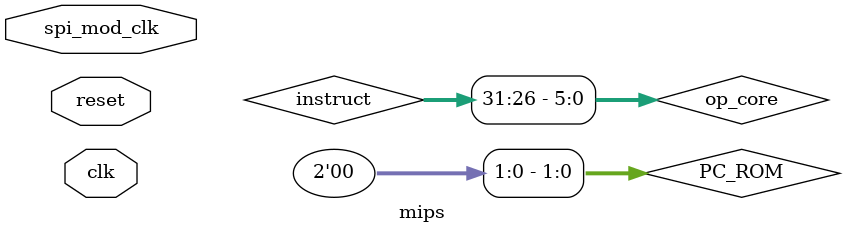
<source format=v>
module mips(clk, reset, spi_mod_clk);

input clk; 
input reset;
input spi_mod_clk;

wire [31:0] instruct;
wire [31:0] i_inst;
wire [5:0] op_core = instruct [31:26];

wire [4:0] Rs = instruct [25:21];

wire [4:0] Rt = instruct [20:16];

wire RegDst;

wire [4:0] i_Rd = RegDst ? instruct [15:11] : Rt;
wire [4:0] Rd, Rd2, Rd3, Rd4;
wire [5:0] func = instruct [5:0];

wire [25:0] i_imm26 = instruct [25:0];
wire [25:0] imm26;

wire [15:0] imm16 = imm26 [15:0];


wire i_ExtOp, ExtOp;
wire i_RegWrite, RegWrite, RegWrite2, RegWrite_O;
wire i_aluSrc, aluSrc;
wire [1:0] aluOp;
wire i_memWrite, memWrite, memWrite2;
wire i_memToReg, memToReg, memToReg2;
wire i_beq, beq, i_bne, bne;
wire i_jump, jump;
wire zero;
wire [31:0] PC_ROM, i_PC_ROM;
wire [31:0] NEXT_PC = PC_ROM + 4;
wire [31:0] NEXT_PC_o;
wire [31:0] NEXT_PC_2o;
wire PCSrs;
wire [31:0] JUMP_ADDR;
wire [31:0] BusA, i_BusA, i_BusB, BusB, BusB2, BusW, BusW3, BusW2;
wire [4:0] wr_addr;
wire [31:0] Ext_mux_data;
wire [31:0] Op1, Op2, Res_ALU, Res_ALU2;
wire [3:0] i_ALUCtrl, ALUCtrl;
wire [31:0] RAM_Out;

wire [31:0] spi_data_reg;


wire spi_mosi, spi_clk, spi_cs, busy, pwm;

assign PC_ROM[1:0] = 0;


control control_mips(	.o_regDst(RegDst),		 
			.o_regWrite(i_RegWrite), 
			.o_aluSrc(i_aluSrc), 
			.o_aluOp(aluOp), 
			.o_memWrite(i_memWrite), 
			.o_memToReg(i_memToReg),
                    	.i_instrCode(op_core), 
			.o_jump(i_jump), 
			.o_beq(i_beq),
			.o_bne(i_bne),
			.o_Ext_Op(i_ExtOp));

next_pc next_pc_mips(	.i_inc_PC(NEXT_PC_2o),
			.i_Branch_E(beq), 
			.i_Branch_N(bne),
			.i_J(jump), 
			.i_imm26(imm26),  
			.i_Zero(zero), 
			.o_PCSrs(PCSrs), 
			.o_BJ_addr(JUMP_ADDR[31:2]));

mux2in1 PC_addr_mux(	.i_dat0(NEXT_PC),
			.i_dat1(JUMP_ADDR),
			.i_control(PCSrs),
			.o_dat(i_PC_ROM));

pc PC_mips	(	.i_clk(clk), 
				.i_rst_n(reset), 
				.i_pc(i_PC_ROM), 
				.o_pc(PC_ROM)
			);

rom ROM_mips(	.i_addr(PC_ROM[31:2]),
				.o_data(i_inst)
			);

iftoid IfToId(	.i_clk_l(clk),
				.i_NPC(NEXT_PC[31:2]),
				.i_inst(i_inst),
				.o_NPC(NEXT_PC_o),
				.o_inst(instruct)
			);

mux2in1 Reg_mux_mips(	.i_dat0(Rt),
			.i_dat1(Rd),
			.i_control(RegDst),
			.o_dat(wr_addr));

regFile RegFile_mips(	.i_clk(clk), 
               		.i_raddr1(Rs), 
	 	        .i_raddr2(Rt),
               		.i_waddr(Rd4), 
               		.i_wdata(BusW3), 
               		.i_we(RegWrite_O),
               		.o_rdata1(i_BusA),
               		.o_rdata2(i_BusB)); 

idtoex IdToEx(		.i_clk_l(clk),
			.i_NPC2(NEXT_PC_o),
			.o_NPC2(NEXT_PC_2o),
			.i_imm26x(i_imm26),
			.o_imm26x(imm26),
			.i_BUSA(i_BusA),
			.o_BUSA(BusA),
			.i_BUSB(i_BusB),
			.o_BUSB(BusB),
			.i_rd2(i_Rd),
			.o_rd2(Rd),
			.i_ExtOp(i_ExtOp),
			.o_ExtOp(ExtOp),
			.i_ALUsrc(i_aluSrc),
			.o_ALUsrc(aluSrc),
			.i_ALUctrl(i_ALUCtrl),
			.o_ALUctrl(ALUCtrl),
			.i_jump(i_jump),
			.o_jump(jump),
			.i_beq(i_beq),
			.o_beq(beq),
			.i_bne(i_bne),
			.o_bne(bne),
			.i_memWRITE(i_memWrite),
			.o_memWRITE(memWrite),
			.i_memToREG(i_memToReg),
			.o_memToREG(memToReg),
			.i_RegWRITE(i_RegWrite),
			.o_toMEM(RegWrite));

signExtend ALU_sign(	.i_data(imm16),
			.en(ExtOp),
			.o_data(Ext_mux_data));

mux2in1 ALU_mux(	.i_dat0(BusB),
			.i_dat1(Ext_mux_data),
			.i_control(aluSrc),
			.o_dat(Op2));

alu ALU_mips(		.i_op1(BusA), 
			.i_op2(Op2), 
			.i_control(ALUCtrl), 
			.o_result(Res_ALU), 
			.o_zf(zero));

extomem ExToMem(	.i_clk_l(clk), 
			.i_toWB(RegWrite), 
			.i_memWRITE(memWrite), 
			.i_memToREG(memToReg), 
			.i_ALUout(Res_ALU), 
			.i_datamem(BusB), 
			.i_rd3(Rd), 
			.o_memWRITE(memWrite2), 
			.o_memToREG(memToReg2), 
			.o_toWB(RegWrite2), 
			.o_ALUout(Res_ALU2), 
			.o_datamem(BusB2), 
			.o_rd3(Rd3));

ram RAM_mips(		.i_clk(clk), 
			.i_addr(Res_ALU2), 
			.i_data(BusB2), 
			.i_we(memWrite2),
			.i_busy(busy), 
			.o_data(RAM_Out),
			.o_spi_data(spi_data_reg)
			);

mux2in1 RAM_mux(	.i_dat0(Res_ALU2),
			.i_dat1(RAM_Out),
			.i_control(memToReg2),
			.o_dat(BusW2));

memtowb memToWb(	.i_WBdata(BusW2), 
			.i_rd4(Rd3), 
			.i_wb(RegWite2), 
			.i_clk_l(clk),
			.o_WBdata(BusW3), 
			.o_rd4(Rd4),
			.o_wb(RewWrite_O));


aluControl ALU_Cntr(	.i_aluOp(aluOp), 
			.i_func(func), 
			.o_aluControl(i_ALUCtrl));
      	
SPI_Ctrl spi		(	.i_clk(clk), 
						.i_reset(reset), 
						.i_spi_data(spi_data_reg), 
						.o_mosi(spi_mosi), 
						.o_cs(spi_cs), 
						.o_clk(spi_clk),
						.o_busy(busy)
					);

SPI_PWM pereph		(	.i_clk(spi_mod_clk), 
						.i_rst_n(reset), 
						.i_spi_mosi(spi_mosi), 
						.i_spi_clk(spi_clk), 
						.i_spi_cs(spi_cs), 
						.o_pwm(pwm)
					);



endmodule
</source>
